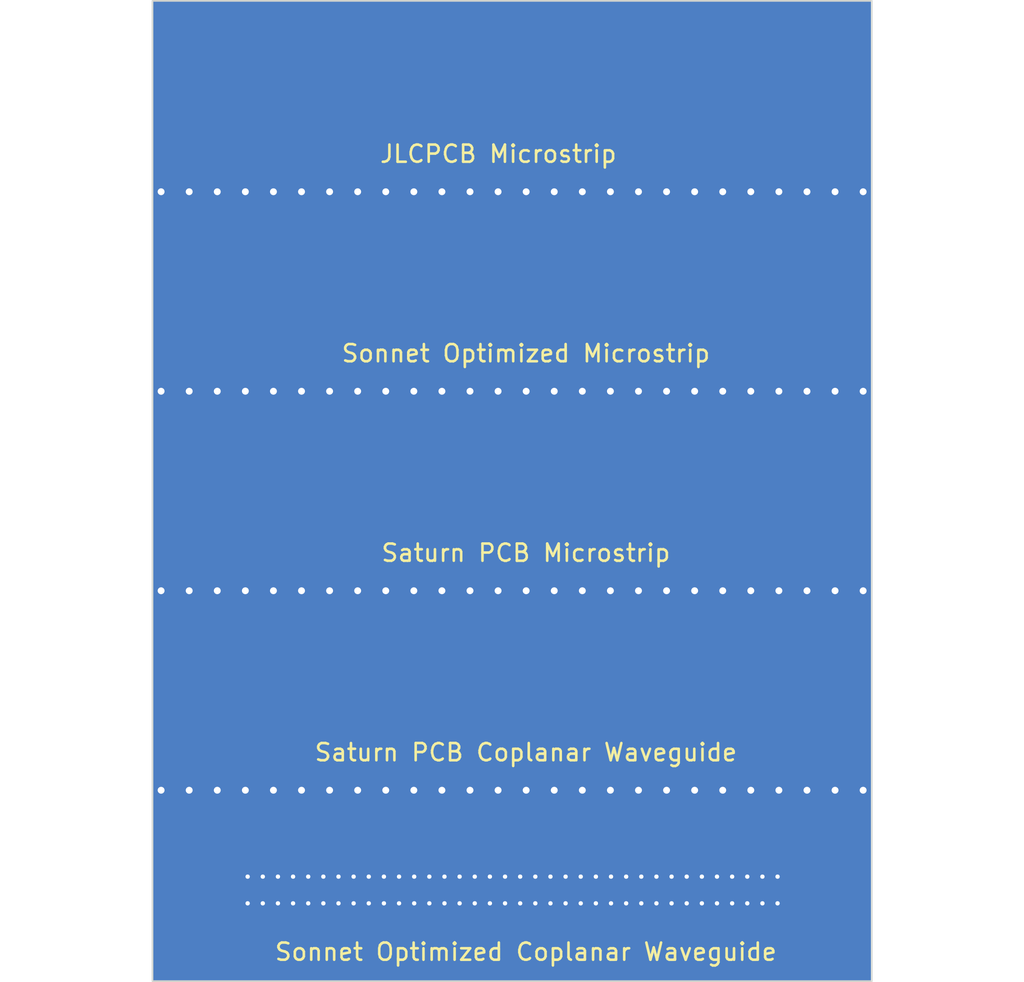
<source format=kicad_pcb>
(kicad_pcb (version 20211014) (generator pcbnew)
  (title_block (title "Test Coupon") (date "2022-07-20") (rev "1") (company "QuarterWave Engineering") (comment 1 "Made with <3 in San Diego - MIT Licence") (comment 4 "Looks simple? I wish."))
  (layers (0 "F.Cu" signal) (1 "In1.Cu" signal) (2 "In2.Cu" signal) (31 "B.Cu" signal) (34 "B.Paste" user) (35 "F.Paste" user) (36 "B.SilkS" user "B.Silkscreen") (37 "F.SilkS" user "F.Silkscreen") (38 "B.Mask" user) (39 "F.Mask" user) (44 "Edge.Cuts" user))
  (net 0 "")
  (net 1 "Net-(J1-Pad1)")
  (net 2 "GND")
  (net 3 "Net-(J3-Pad1)")
  (net 4 "Net-(J5-Pad1)")
  (net 5 "Net-(J7-Pad1)")
  (net 6 "Net-(J8-Pad1)")
  (net 7 "Net-(J9-Pad1)")
  (net 8 "Net-(J10-Pad1)")
  (footprint "ebaySMA:ebaySMA" (layer "F.Cu") (at 136 109.3 -90)
    (fp_text reference "J9" hide)
    (fp_text value "Conn_Coaxial")
    (pad "1" smd rect (at 0 -2 270) (size 1.2 4) (layers "F.Cu" "F.Paste" "F.Mask") (net 7 "Net-(J9-Pad1)"))
    (pad "2" smd rect (at 2.99 -2 270) (size 1.28 4) (layers "F.Cu" "F.Paste" "F.Mask") (net 2 "GND"))
    (pad "2" smd rect (at 2.99 -2 270) (size 1.28 4) (layers "B.Cu" "B.Paste" "B.Mask") (net 2 "GND"))
    (pad "2" smd rect (at -2.98 -2 270) (size 1.28 4) (layers "F.Cu" "F.Paste" "F.Mask") (net 2 "GND"))
    (pad "2" smd rect (at -2.98 -2 270) (size 1.28 4) (layers "B.Cu" "B.Paste" "B.Mask") (net 2 "GND"))
  )
  (footprint "ebaySMA:ebaySMA" (layer "F.Cu") (at 176.4 86.1 90)
    (fp_text reference "J6" hide)
    (fp_text value "Conn_Coaxial")
    (pad "1" smd rect (at 0 -2 90) (size 1.2 4) (layers "F.Cu" "F.Paste" "F.Mask") (net 4 "Net-(J5-Pad1)"))
    (pad "2" smd rect (at 2.99 -2 90) (size 1.28 4) (layers "F.Cu" "F.Paste" "F.Mask") (net 2 "GND"))
    (pad "2" smd rect (at 2.99 -2 90) (size 1.28 4) (layers "B.Cu" "B.Paste" "B.Mask") (net 2 "GND"))
    (pad "2" smd rect (at -2.98 -2 90) (size 1.28 4) (layers "F.Cu" "F.Paste" "F.Mask") (net 2 "GND"))
    (pad "2" smd rect (at -2.98 -2 90) (size 1.28 4) (layers "B.Cu" "B.Paste" "B.Mask") (net 2 "GND"))
  )
  (footprint "testFootprint:SonnetCPWG" (layer "F.Cu") (at 156.2 109.3)
    (fp_text reference "NT5" hide)
    (fp_text value "Sonnet CPWG")
    (pad "1" smd oval (at 0.02 0) (size 31.36 0.296416) (layers "F.Cu" "F.Paste" "F.Mask") (net 7 "Net-(J9-Pad1)"))
    (pad "2" thru_hole circle (at 2.2275 0.776) (size 0.38 0.38) (drill 0.25) (layers *.Cu *.Mask) (net 2 "GND"))
    (pad "2" thru_hole circle (at 13.6662 -0.776) (size 0.38 0.38) (drill 0.25) (layers *.Cu *.Mask) (net 2 "GND"))
    (pad "2" thru_hole circle (at 9.2667 -0.776) (size 0.38 0.38) (drill 0.25) (layers *.Cu *.Mask) (net 2 "GND"))
    (pad "2" thru_hole circle (at -3.0519 -0.776) (size 0.38 0.38) (drill 0.25) (layers *.Cu *.Mask) (net 2 "GND"))
    (pad "2" thru_hole circle (at 10.1466 0.776) (size 0.38 0.38) (drill 0.25) (layers *.Cu *.Mask) (net 2 "GND"))
    (pad "2" thru_hole circle (at -4.8117 0.776) (size 0.38 0.38) (drill 0.25) (layers *.Cu *.Mask) (net 2 "GND"))
    (pad "2" thru_hole circle (at 9.2667 0.776) (size 0.38 0.38) (drill 0.25) (layers *.Cu *.Mask) (net 2 "GND"))
    (pad "2" thru_hole circle (at 3.9873 0.776) (size 0.38 0.38) (drill 0.25) (layers *.Cu *.Mask) (net 2 "GND"))
    (pad "2" thru_hole circle (at -3.9318 0.776) (size 0.38 0.38) (drill 0.25) (layers *.Cu *.Mask) (net 2 "GND"))
    (pad "2" thru_hole circle (at 12.7863 0.776) (size 0.38 0.38) (drill 0.25) (layers *.Cu *.Mask) (net 2 "GND"))
    (pad "2" thru_hole circle (at 5.7471 -0.776) (size 0.38 0.38) (drill 0.25) (layers *.Cu *.Mask) (net 2 "GND"))
    (pad "2" thru_hole circle (at 6.627 -0.776) (size 0.38 0.38) (drill 0.25) (layers *.Cu *.Mask) (net 2 "GND"))
    (pad "2" thru_hole circle (at 14.5461 0.776) (size 0.38 0.38) (drill 0.25) (layers *.Cu *.Mask) (net 2 "GND"))
    (pad "2" thru_hole circle (at -0.4122 -0.776) (size 0.38 0.38) (drill 0.25) (layers *.Cu *.Mask) (net 2 "GND"))
    (pad "2" thru_hole circle (at 3.1074 0.776) (size 0.38 0.38) (drill 0.25) (layers *.Cu *.Mask) (net 2 "GND"))
    (pad "2" thru_hole circle (at -6.5715 -0.776) (size 0.38 0.38) (drill 0.25) (layers *.Cu *.Mask) (net 2 "GND"))
    (pad "2" thru_hole circle (at -14.4906 0.776) (size 0.38 0.38) (drill 0.25) (layers *.Cu *.Mask) (net 2 "GND"))
    (pad "2" thru_hole circle (at -13.6107 0.776) (size 0.38 0.38) (drill 0.25) (layers *.Cu *.Mask) (net 2 "GND"))
    (pad "2" thru_hole circle (at -5.6916 -0.776) (size 0.38 0.38) (drill 0.25) (layers *.Cu *.Mask) (net 2 "GND"))
    (pad "2" thru_hole circle (at 2.2275 -0.776) (size 0.38 0.38) (drill 0.25) (layers *.Cu *.Mask) (net 2 "GND"))
    (pad "2" thru_hole circle (at -8.3313 0.776) (size 0.38 0.38) (drill 0.25) (layers *.Cu *.Mask) (net 2 "GND"))
    (pad "2" thru_hole circle (at -1.2921 -0.776) (size 0.38 0.38) (drill 0.25) (layers *.Cu *.Mask) (net 2 "GND"))
    (pad "2" thru_hole circle (at -0.4122 0.776) (size 0.38 0.38) (drill 0.25) (layers *.Cu *.Mask) (net 2 "GND"))
    (pad "2" thru_hole circle (at -13.6107 -0.776) (size 0.38 0.38) (drill 0.25) (layers *.Cu *.Mask) (net 2 "GND"))
    (pad "2" thru_hole circle (at -7.4514 0.776) (size 0.38 0.38) (drill 0.25) (layers *.Cu *.Mask) (net 2 "GND"))
    (pad "2" thru_hole circle (at -8.3313 -0.776) (size 0.38 0.38) (drill 0.25) (layers *.Cu *.Mask) (net 2 "GND"))
    (pad "2" thru_hole circle (at 0.4677 -0.776) (size 0.38 0.38) (drill 0.25) (layers *.Cu *.Mask) (net 2 "GND"))
    (pad "2" thru_hole circle (at -5.6916 0.776) (size 0.38 0.38) (drill 0.25) (layers *.Cu *.Mask) (net 2 "GND"))
    (pad "2" thru_hole circle (at -11.8509 0.776) (size 0.38 0.38) (drill 0.25) (layers *.Cu *.Mask) (net 2 "GND"))
    (pad "2" thru_hole circle (at 15.426 -0.776) (size 0.38 0.38) (drill 0.25) (layers *.Cu *.Mask) (net 2 "GND"))
    (pad "2" thru_hole circle (at 3.9873 -0.776) (size 0.38 0.38) (drill 0.25) (layers *.Cu *.Mask) (net 2 "GND"))
    (pad "2" thru_hole circle (at -6.5715 0.776) (size 0.38 0.38) (drill 0.25) (layers *.Cu *.Mask) (net 2 "GND"))
    (pad "2" thru_hole circle (at 1.3476 0.776) (size 0.38 0.38) (drill 0.25) (layers *.Cu *.Mask) (net 2 "GND"))
    (pad "2" thru_hole circle (at -9.2112 -0.776) (size 0.38 0.38) (drill 0.25) (layers *.Cu *.Mask) (net 2 "GND"))
    (pad "2" thru_hole circle (at -15.3705 0.776) (size 0.38 0.38) (drill 0.25) (layers *.Cu *.Mask) (net 2 "GND"))
    (pad "2" thru_hole circle (at 12.7863 -0.776) (size 0.38 0.38) (drill 0.25) (layers *.Cu *.Mask) (net 2 "GND"))
    (pad "2" thru_hole circle (at 13.6662 0.776) (size 0.38 0.38) (drill 0.25) (layers *.Cu *.Mask) (net 2 "GND"))
    (pad "2" thru_hole circle (at 4.8672 0.776) (size 0.38 0.38) (drill 0.25) (layers *.Cu *.Mask) (net 2 "GND"))
    (pad "2" thru_hole circle (at 15.426 0.776) (size 0.38 0.38) (drill 0.25) (layers *.Cu *.Mask) (net 2 "GND"))
    (pad "2" thru_hole circle (at -12.7308 0.776) (size 0.38 0.38) (drill 0.25) (layers *.Cu *.Mask) (net 2 "GND"))
    (pad "2" thru_hole circle (at -12.7308 -0.776) (size 0.38 0.38) (drill 0.25) (layers *.Cu *.Mask) (net 2 "GND"))
    (pad "2" thru_hole circle (at 3.1074 -0.776) (size 0.38 0.38) (drill 0.25) (layers *.Cu *.Mask) (net 2 "GND"))
    (pad "2" thru_hole circle (at 4.8672 -0.776) (size 0.38 0.38) (drill 0.25) (layers *.Cu *.Mask) (net 2 "GND"))
    (pad "2" thru_hole circle (at 11.9064 0.776) (size 0.38 0.38) (drill 0.25) (layers *.Cu *.Mask) (net 2 "GND"))
    (pad "2" thru_hole circle (at -11.8509 -0.776) (size 0.38 0.38) (drill 0.25) (layers *.Cu *.Mask) (net 2 "GND"))
    (pad "2" thru_hole circle (at 8.3868 -0.776) (size 0.38 0.38) (drill 0.25) (layers *.Cu *.Mask) (net 2 "GND"))
    (pad "2" thru_hole circle (at -2.172 -0.776) (size 0.38 0.38) (drill 0.25) (layers *.Cu *.Mask) (net 2 "GND"))
    (pad "2" thru_hole circle (at -2.172 0.776) (size 0.38 0.38) (drill 0.25) (layers *.Cu *.Mask) (net 2 "GND"))
    (pad "2" thru_hole circle (at 5.7471 0.776) (size 0.38 0.38) (drill 0.25) (layers *.Cu *.Mask) (net 2 "GND"))
    (pad "2" thru_hole circle (at 6.627 0.776) (size 0.38 0.38) (drill 0.25) (layers *.Cu *.Mask) (net 2 "GND"))
    (pad "2" thru_hole circle (at -9.2112 0.776) (size 0.38 0.38) (drill 0.25) (layers *.Cu *.Mask) (net 2 "GND"))
    (pad "2" thru_hole circle (at -10.0911 0.776) (size 0.38 0.38) (drill 0.25) (layers *.Cu *.Mask) (net 2 "GND"))
    (pad "2" thru_hole circle (at 14.5461 -0.776) (size 0.38 0.38) (drill 0.25) (layers *.Cu *.Mask) (net 2 "GND"))
    (pad "2" thru_hole circle (at 0.4677 0.776) (size 0.38 0.38) (drill 0.25) (layers *.Cu *.Mask) (net 2 "GND"))
    (pad "2" thru_hole circle (at -3.0519 0.776) (size 0.38 0.38) (drill 0.25) (layers *.Cu *.Mask) (net 2 "GND"))
    (pad "2" thru_hole circle (at 11.0265 0.776) (size 0.38 0.38) (drill 0.25) (layers *.Cu *.Mask) (net 2 "GND"))
    (pad "2" thru_hole circle (at -4.8117 -0.776) (size 0.38 0.38) (drill 0.25) (layers *.Cu *.Mask) (net 2 "GND"))
    (pad "2" thru_hole circle (at 10.1466 -0.776) (size 0.38 0.38) (drill 0.25) (layers *.Cu *.Mask) (net 2 "GND"))
    (pad "2" thru_hole circle (at 11.9064 -0.776) (size 0.38 0.38) (drill 0.25) (layers *.Cu *.Mask) (net 2 "GND"))
    (pad "2" thru_hole circle (at 1.3476 -0.776) (size 0.38 0.38) (drill 0.25) (layers *.Cu *.Mask) (net 2 "GND"))
    (pad "2" thru_hole circle (at -7.4514 -0.776) (size 0.38 0.38) (drill 0.25) (layers *.Cu *.Mask) (net 2 "GND"))
    (pad "2" thru_hole circle (at 7.5069 0.776) (size 0.38 0.38) (drill 0.25) (layers *.Cu *.Mask) (net 2 "GND"))
    (pad "2" thru_hole circle (at -15.3705 -0.776) (size 0.38 0.38) (drill 0.25) (layers *.Cu *.Mask) (net 2 "GND"))
    (pad "2" thru_hole circle (at -10.0911 -0.776) (size 0.38 0.38) (drill 0.25) (layers *.Cu *.Mask) (net 2 "GND"))
    (pad "2" thru_hole circle (at -1.2921 0.776) (size 0.38 0.38) (drill 0.25) (layers *.Cu *.Mask) (net 2 "GND"))
    (pad "2" thru_hole circle (at -10.971 0.776) (size 0.38 0.38) (drill 0.25) (layers *.Cu *.Mask) (net 2 "GND"))
    (pad "2" thru_hole circle (at 8.3868 0.776) (size 0.38 0.38) (drill 0.25) (layers *.Cu *.Mask) (net 2 "GND"))
    (pad "2" thru_hole circle (at -3.9318 -0.776) (size 0.38 0.38) (drill 0.25) (layers *.Cu *.Mask) (net 2 "GND"))
    (pad "2" thru_hole circle (at 11.0265 -0.776) (size 0.38 0.38) (drill 0.25) (layers *.Cu *.Mask) (net 2 "GND"))
    (pad "2" thru_hole circle (at -14.4906 -0.776) (size 0.38 0.38) (drill 0.25) (layers *.Cu *.Mask) (net 2 "GND"))
    (pad "2" thru_hole circle (at -10.971 -0.776) (size 0.38 0.38) (drill 0.25) (layers *.Cu *.Mask) (net 2 "GND"))
    (pad "2" thru_hole circle (at 7.5069 -0.776) (size 0.38 0.38) (drill 0.25) (layers *.Cu *.Mask) (net 2 "GND"))
  )
  (footprint "ebaySMA:ebaySMA" (layer "F.Cu") (at 136 74.5 -90)
    (fp_text reference "J3" hide)
    (fp_text value "Conn_Coaxial")
    (pad "1" smd rect (at 0 -2 270) (size 1.2 4) (layers "F.Cu" "F.Paste" "F.Mask") (net 3 "Net-(J3-Pad1)"))
    (pad "2" smd rect (at -2.98 -2 270) (size 1.28 4) (layers "F.Cu" "F.Paste" "F.Mask") (net 2 "GND"))
    (pad "2" smd rect (at 2.99 -2 270) (size 1.28 4) (layers "B.Cu" "B.Paste" "B.Mask") (net 2 "GND"))
    (pad "2" smd rect (at 2.99 -2 270) (size 1.28 4) (layers "F.Cu" "F.Paste" "F.Mask") (net 2 "GND"))
    (pad "2" smd rect (at -2.98 -2 270) (size 1.28 4) (layers "B.Cu" "B.Paste" "B.Mask") (net 2 "GND"))
  )
  (footprint "ebaySMA:ebaySMA" (layer "F.Cu") (at 176.40425 74.5 90)
    (fp_text reference "J4" hide)
    (fp_text value "Conn_Coaxial")
    (pad "1" smd rect (at 0 -2 90) (size 1.2 4) (layers "F.Cu" "F.Paste" "F.Mask") (net 3 "Net-(J3-Pad1)"))
    (pad "2" smd rect (at 2.99 -2 90) (size 1.28 4) (layers "B.Cu" "B.Paste" "B.Mask") (net 2 "GND"))
    (pad "2" smd rect (at -2.98 -2 90) (size 1.28 4) (layers "B.Cu" "B.Paste" "B.Mask") (net 2 "GND"))
    (pad "2" smd rect (at -2.98 -2 90) (size 1.28 4) (layers "F.Cu" "F.Paste" "F.Mask") (net 2 "GND"))
    (pad "2" smd rect (at 2.99 -2 90) (size 1.28 4) (layers "F.Cu" "F.Paste" "F.Mask") (net 2 "GND"))
  )
  (footprint "ebaySMA:ebaySMA" (layer "F.Cu") (at 136.006757 97.7 -90)
    (fp_text reference "J7" hide)
    (fp_text value "Conn_Coaxial")
    (pad "1" smd rect (at 0 -2 270) (size 1.2 4) (layers "F.Cu" "F.Paste" "F.Mask") (net 5 "Net-(J7-Pad1)"))
    (pad "2" smd rect (at 2.99 -2 270) (size 1.28 4) (layers "F.Cu" "F.Paste" "F.Mask") (net 2 "GND"))
    (pad "2" smd rect (at -2.98 -2 270) (size 1.28 4) (layers "F.Cu" "F.Paste" "F.Mask") (net 2 "GND"))
    (pad "2" smd rect (at -2.98 -2 270) (size 1.28 4) (layers "B.Cu" "B.Paste" "B.Mask") (net 2 "GND"))
    (pad "2" smd rect (at 2.99 -2 270) (size 1.28 4) (layers "B.Cu" "B.Paste" "B.Mask") (net 2 "GND"))
  )
  (footprint "ebaySMA:ebaySMA" (layer "F.Cu") (at 136 62.9 -90)
    (fp_text reference "J1" hide)
    (fp_text value "Conn_Coaxial")
    (pad "1" smd rect (at 0 -2 270) (size 1.2 4) (layers "F.Cu" "F.Paste" "F.Mask") (net 1 "Net-(J1-Pad1)"))
    (pad "2" smd rect (at -2.98 -2 270) (size 1.28 4) (layers "F.Cu" "F.Paste" "F.Mask") (net 2 "GND"))
    (pad "2" smd rect (at -2.98 -2 270) (size 1.28 4) (layers "B.Cu" "B.Paste" "B.Mask") (net 2 "GND"))
    (pad "2" smd rect (at 2.99 -2 270) (size 1.28 4) (layers "F.Cu" "F.Paste" "F.Mask") (net 2 "GND"))
    (pad "2" smd rect (at 2.99 -2 270) (size 1.28 4) (layers "B.Cu" "B.Paste" "B.Mask") (net 2 "GND"))
  )
  (footprint "ebaySMA:ebaySMA" (layer "F.Cu") (at 176.406757 97.7 90)
    (fp_text reference "J8" hide)
    (fp_text value "Conn_Coaxial")
    (pad "1" smd rect (at 0 -2 90) (size 1.2 4) (layers "F.Cu" "F.Paste" "F.Mask") (net 6 "Net-(J8-Pad1)"))
    (pad "2" smd rect (at 2.99 -2 90) (size 1.28 4) (layers "B.Cu" "B.Paste" "B.Mask") (net 2 "GND"))
    (pad "2" smd rect (at 2.99 -2 90) (size 1.28 4) (layers "F.Cu" "F.Paste" "F.Mask") (net 2 "GND"))
    (pad "2" smd rect (at -2.98 -2 90) (size 1.28 4) (layers "F.Cu" "F.Paste" "F.Mask") (net 2 "GND"))
    (pad "2" smd rect (at -2.98 -2 90) (size 1.28 4) (layers "B.Cu" "B.Paste" "B.Mask") (net 2 "GND"))
  )
  (footprint "ebaySMA:ebaySMA" (layer "F.Cu") (at 176.4 62.9 90)
    (fp_text reference "J2" hide)
    (fp_text value "Conn_Coaxial")
    (pad "1" smd rect (at 0 -2 90) (size 1.2 4) (layers "F.Cu" "F.Paste" "F.Mask") (net 1 "Net-(J1-Pad1)"))
    (pad "2" smd rect (at -2.98 -2 90) (size 1.28 4) (layers "F.Cu" "F.Paste" "F.Mask") (net 2 "GND"))
    (pad "2" smd rect (at 2.99 -2 90) (size 1.28 4) (layers "F.Cu" "F.Paste" "F.Mask") (net 2 "GND"))
    (pad "2" smd rect (at -2.98 -2 90) (size 1.28 4) (layers "B.Cu" "B.Paste" "B.Mask") (net 2 "GND"))
    (pad "2" smd rect (at 2.99 -2 90) (size 1.28 4) (layers "B.Cu" "B.Paste" "B.Mask") (net 2 "GND"))
  )
  (footprint "ebaySMA:ebaySMA" (layer "F.Cu") (at 136 86.1 -90)
    (fp_text reference "J5" hide)
    (fp_text value "Conn_Coaxial")
    (pad "1" smd rect (at 0 -2 270) (size 1.2 4) (layers "F.Cu" "F.Paste" "F.Mask") (net 4 "Net-(J5-Pad1)"))
    (pad "2" smd rect (at 2.99 -2 270) (size 1.28 4) (layers "B.Cu" "B.Paste" "B.Mask") (net 2 "GND"))
    (pad "2" smd rect (at -2.98 -2 270) (size 1.28 4) (layers "F.Cu" "F.Paste" "F.Mask") (net 2 "GND"))
    (pad "2" smd rect (at 2.99 -2 270) (size 1.28 4) (layers "F.Cu" "F.Paste" "F.Mask") (net 2 "GND"))
    (pad "2" smd rect (at -2.98 -2 270) (size 1.28 4) (layers "B.Cu" "B.Paste" "B.Mask") (net 2 "GND"))
  )
  (footprint "testFootprint:SaturnCPWG" (layer "F.Cu") (at 156.236757 97.7)
    (fp_text reference "NT4" hide)
    (fp_text value "Saturn CPWG")
    (pad "1" smd oval (at -0.03 0) (size 31.36 0.29718) (layers "F.Cu" "F.Paste" "F.Mask") (net 5 "Net-(J7-Pad1)"))
  )
  (footprint "ebaySMA:ebaySMA" (layer "F.Cu") (at 176.4 109.3 90)
    (fp_text reference "J10" hide)
    (fp_text value "Conn_Coaxial")
    (pad "1" smd rect (at 0 -2 90) (size 1.2 4) (layers "F.Cu" "F.Paste" "F.Mask") (net 8 "Net-(J10-Pad1)"))
    (pad "2" smd rect (at 2.99 -2 90) (size 1.28 4) (layers "F.Cu" "F.Paste" "F.Mask") (net 2 "GND"))
    (pad "2" smd rect (at -2.98 -2 90) (size 1.28 4) (layers "F.Cu" "F.Paste" "F.Mask") (net 2 "GND"))
    (pad "2" smd rect (at 2.99 -2 90) (size 1.28 4) (layers "B.Cu" "B.Paste" "B.Mask") (net 2 "GND"))
    (pad "2" smd rect (at -2.98 -2 90) (size 1.28 4) (layers "B.Cu" "B.Paste" "B.Mask") (net 2 "GND"))
  )
  (footprint "QuarterWave:logoWithText2Mask" (layer "B.Cu") (at 156.2 86.1 180)
    (fp_text reference "G***" hide)
    (fp_text value "LOGO" hide)
  )
  (gr_poly (pts (xy 140.7 109.3) (xy 140 109.8) (xy 140 108.8)) (layer "F.Cu") (width 0.2) (fill solid))
  (gr_poly (pts (xy 140.7 86.1) (xy 140 86.6) (xy 140 85.6)) (layer "F.Cu") (width 0.2) (fill solid))
  (gr_poly (pts (xy 140.7 74.5) (xy 140 75) (xy 140 74)) (layer "F.Cu") (width 0.2) (fill solid))
  (gr_poly (pts (xy 140.706757 97.7) (xy 140 98.2) (xy 140 97.2)) (layer "F.Cu") (width 0.2) (fill solid))
  (gr_poly (pts (xy 171.7 86.1) (xy 172.4 85.6) (xy 172.4 86.6)) (layer "F.Cu") (width 0.2) (fill solid))
  (gr_poly (pts (xy 140.7 62.9) (xy 140 63.4) (xy 140 62.4)) (layer "F.Cu") (width 0.2) (fill solid))
  (gr_poly (pts (xy 171.7 109.3) (xy 172.4 108.8) (xy 172.4 109.8)) (layer "F.Cu") (width 0.2) (fill solid))
  (gr_poly (pts (xy 171.7 74.477027) (xy 172.4 74) (xy 172.4 75)) (layer "F.Cu") (width 0.2) (fill solid))
  (gr_poly (pts (xy 171.7 62.9) (xy 172.4 62.4) (xy 172.4 63.4)) (layer "F.Cu") (width 0.2) (fill solid))
  (gr_poly (pts (xy 171.706757 97.7) (xy 172.406757 97.2) (xy 172.406757 98.2)) (layer "F.Cu") (width 0.2) (fill solid))
  (gr_rect (start 135.3 114.6) (end 177.1 57.6) (layer "Edge.Cuts") (width 0.1) (fill none))
  (gr_text "JLCPCB Microstrip" (at 155.4 66.5) (layer "F.SilkS") (effects (font (size 1 1))))
  (gr_text "Saturn PCB Coplanar Waveguide" (at 157 101.3) (layer "F.SilkS") (effects (font (size 1 1))))
  (gr_text "Sonnet Optimized Microstrip" (at 157 78.1) (layer "F.SilkS") (effects (font (size 1 1))))
  (gr_text "Sonnet Optimized Coplanar Waveguide" (at 157 112.9) (layer "F.SilkS") (effects (font (size 1 1))))
  (gr_text "Saturn PCB Microstrip" (at 157 89.7) (layer "F.SilkS") (effects (font (size 1 1))))
  (segment (start 138 62.9) (end 174.4 62.9) (width 0.29337) (layer "F.Cu") (net 1))
  (via (at 153.752 80.3) (size 0.8) (drill 0.4) (layers "F.Cu" "B.Cu") (net 2))
  (via (at 150.488 91.9) (size 0.8) (drill 0.4) (layers "F.Cu" "B.Cu") (net 2))
  (via (at 174.968 103.5) (size 0.8) (drill 0.4) (layers "F.Cu" "B.Cu") (net 2))
  (via (at 176.6 103.5) (size 0.8) (drill 0.4) (layers "F.Cu" "B.Cu") (net 2))
  (via (at 160.28 68.7) (size 0.8) (drill 0.4) (layers "F.Cu" "B.Cu") (net 2))
  (via (at 170.072 80.3) (size 0.8) (drill 0.4) (layers "F.Cu" "B.Cu") (net 2))
  (via (at 148.856 91.9) (size 0.8) (drill 0.4) (layers "F.Cu" "B.Cu") (net 2))
  (via (at 170.072 91.9) (size 0.8) (drill 0.4) (layers "F.Cu" "B.Cu") (net 2))
  (via (at 142.328 103.5) (size 0.8) (drill 0.4) (layers "F.Cu" "B.Cu") (net 2))
  (via (at 145.592 103.5) (size 0.8) (drill 0.4) (layers "F.Cu" "B.Cu") (net 2))
  (via (at 163.544 103.5) (size 0.8) (drill 0.4) (layers "F.Cu" "B.Cu") (net 2))
  (via (at 147.224 80.3) (size 0.8) (drill 0.4) (layers "F.Cu" "B.Cu") (net 2))
  (via (at 163.544 91.9) (size 0.8) (drill 0.4) (layers "F.Cu" "B.Cu") (net 2))
  (via (at 170.072 103.5) (size 0.8) (drill 0.4) (layers "F.Cu" "B.Cu") (net 2))
  (via (at 168.44 80.3) (size 0.8) (drill 0.4) (layers "F.Cu" "B.Cu") (net 2))
  (via (at 157.016 91.9) (size 0.8) (drill 0.4) (layers "F.Cu" "B.Cu") (net 2))
  (via (at 150.488 80.3) (size 0.8) (drill 0.4) (layers "F.Cu" "B.Cu") (net 2))
  (via (at 166.808 80.3) (size 0.8) (drill 0.4) (layers "F.Cu" "B.Cu") (net 2))
  (via (at 155.384 80.3) (size 0.8) (drill 0.4) (layers "F.Cu" "B.Cu") (net 2))
  (via (at 152.12 80.3) (size 0.8) (drill 0.4) (layers "F.Cu" "B.Cu") (net 2))
  (via (at 157.016 103.5) (size 0.8) (drill 0.4) (layers "F.Cu" "B.Cu") (net 2))
  (via (at 163.544 80.3) (size 0.8) (drill 0.4) (layers "F.Cu" "B.Cu") (net 2))
  (via (at 163.544 68.7) (size 0.8) (drill 0.4) (layers "F.Cu" "B.Cu") (net 2))
  (via (at 160.28 103.5) (size 0.8) (drill 0.4) (layers "F.Cu" "B.Cu") (net 2))
  (via (at 171.704 68.7) (size 0.8) (drill 0.4) (layers "F.Cu" "B.Cu") (net 2))
  (via (at 148.856 80.3) (size 0.8) (drill 0.4) (layers "F.Cu" "B.Cu") (net 2))
  (via (at 137.432 91.9) (size 0.8) (drill 0.4) (layers "F.Cu" "B.Cu") (net 2))
  (via (at 147.224 91.9) (size 0.8) (drill 0.4) (layers "F.Cu" "B.Cu") (net 2))
  (via (at 165.176 91.9) (size 0.8) (drill 0.4) (layers "F.Cu" "B.Cu") (net 2))
  (via (at 153.752 103.5) (size 0.8) (drill 0.4) (layers "F.Cu" "B.Cu") (net 2))
  (via (at 143.96 80.3) (size 0.8) (drill 0.4) (layers "F.Cu" "B.Cu") (net 2))
  (via (at 137.432 103.5) (size 0.8) (drill 0.4) (layers "F.Cu" "B.Cu") (net 2))
  (via (at 158.648 68.7) (size 0.8) (drill 0.4) (layers "F.Cu" "B.Cu") (net 2))
  (via (at 165.176 80.3) (size 0.8) (drill 0.4) (layers "F.Cu" "B.Cu") (net 2))
  (via (at 147.224 68.7) (size 0.8) (drill 0.4) (layers "F.Cu" "B.Cu") (net 2))
  (via (at 173.336 80.3) (size 0.8) (drill 0.4) (layers "F.Cu" "B.Cu") (net 2))
  (via (at 171.704 91.9) (size 0.8) (drill 0.4) (layers "F.Cu" "B.Cu") (net 2))
  (via (at 168.44 91.9) (size 0.8) (drill 0.4) (layers "F.Cu" "B.Cu") (net 2))
  (via (at 161.912 103.5) (size 0.8) (drill 0.4) (layers "F.Cu" "B.Cu") (net 2))
  (via (at 148.856 68.7) (size 0.8) (drill 0.4) (layers "F.Cu" "B.Cu") (net 2))
  (via (at 139.064 80.3) (size 0.8) (drill 0.4) (layers "F.Cu" "B.Cu") (net 2))
  (via (at 135.8 80.3) (size 0.8) (drill 0.4) (layers "F.Cu" "B.Cu") (net 2))
  (via (at 143.96 91.9) (size 0.8) (drill 0.4) (layers "F.Cu" "B.Cu") (net 2))
  (via (at 137.432 80.3) (size 0.8) (drill 0.4) (layers "F.Cu" "B.Cu") (net 2))
  (via (at 157.016 80.3) (size 0.8) (drill 0.4) (layers "F.Cu" "B.Cu") (net 2))
  (via (at 168.44 68.7) (size 0.8) (drill 0.4) (layers "F.Cu" "B.Cu") (net 2))
  (via (at 153.752 91.9) (size 0.8) (drill 0.4) (layers "F.Cu" "B.Cu") (net 2))
  (via (at 142.328 91.9) (size 0.8) (drill 0.4) (layers "F.Cu" "B.Cu") (net 2))
  (via (at 135.8 91.9) (size 0.8) (drill 0.4) (layers "F.Cu" "B.Cu") (net 2))
  (via (at 153.752 68.7) (size 0.8) (drill 0.4) (layers "F.Cu" "B.Cu") (net 2))
  (via (at 157.016 68.7) (size 0.8) (drill 0.4) (layers "F.Cu" "B.Cu") (net 2))
  (via (at 171.704 103.5) (size 0.8) (drill 0.4) (layers "F.Cu" "B.Cu") (net 2))
  (via (at 176.6 91.9) (size 0.8) (drill 0.4) (layers "F.Cu" "B.Cu") (net 2))
  (via (at 161.912 91.9) (size 0.8) (drill 0.4) (layers "F.Cu" "B.Cu") (net 2))
  (via (at 166.808 103.5) (size 0.8) (drill 0.4) (layers "F.Cu" "B.Cu") (net 2))
  (via (at 166.808 91.9) (size 0.8) (drill 0.4) (layers "F.Cu" "B.Cu") (net 2))
  (via (at 155.384 91.9) (size 0.8) (drill 0.4) (layers "F.Cu" "B.Cu") (net 2))
  (via (at 171.704 80.3) (size 0.8) (drill 0.4) (layers "F.Cu" "B.Cu") (net 2))
  (via (at 140.696 80.3) (size 0.8) (drill 0.4) (layers "F.Cu" "B.Cu") (net 2))
  (via (at 139.064 68.7) (size 0.8) (drill 0.4) (layers "F.Cu" "B.Cu") (net 2))
  (via (at 165.176 68.7) (size 0.8) (drill 0.4) (layers "F.Cu" "B.Cu") (net 2))
  (via (at 168.44 103.5) (size 0.8) (drill 0.4) (layers "F.Cu" "B.Cu") (net 2))
  (via (at 143.96 103.5) (size 0.8) (drill 0.4) (layers "F.Cu" "B.Cu") (net 2))
  (via (at 135.8 103.5) (size 0.8) (drill 0.4) (layers "F.Cu" "B.Cu") (net 2))
  (via (at 170.072 68.7) (size 0.8) (drill 0.4) (layers "F.Cu" "B.Cu") (net 2))
  (via (at 174.968 91.9) (size 0.8) (drill 0.4) (layers "F.Cu" "B.Cu") (net 2))
  (via (at 161.912 80.3) (size 0.8) (drill 0.4) (layers "F.Cu" "B.Cu") (net 2))
  (via (at 160.28 80.3) (size 0.8) (drill 0.4) (layers "F.Cu" "B.Cu") (net 2))
  (via (at 161.912 68.7) (size 0.8) (drill 0.4) (layers "F.Cu" "B.Cu") (net 2))
  (via (at 140.696 68.7) (size 0.8) (drill 0.4) (layers "F.Cu" "B.Cu") (net 2))
  (via (at 137.432 68.7) (size 0.8) (drill 0.4) (layers "F.Cu" "B.Cu") (net 2))
  (via (at 174.968 68.7) (size 0.8) (drill 0.4) (layers "F.Cu" "B.Cu") (net 2))
  (via (at 174.968 80.3) (size 0.8) (drill 0.4) (layers "F.Cu" "B.Cu") (net 2))
  (via (at 173.336 68.7) (size 0.8) (drill 0.4) (layers "F.Cu" "B.Cu") (net 2))
  (via (at 139.064 91.9) (size 0.8) (drill 0.4) (layers "F.Cu" "B.Cu") (net 2))
  (via (at 150.488 103.5) (size 0.8) (drill 0.4) (layers "F.Cu" "B.Cu") (net 2))
  (via (at 145.592 91.9) (size 0.8) (drill 0.4) (layers "F.Cu" "B.Cu") (net 2))
  (via (at 142.328 80.3) (size 0.8) (drill 0.4) (layers "F.Cu" "B.Cu") (net 2))
  (via (at 152.12 68.7) (size 0.8) (drill 0.4) (layers "F.Cu" "B.Cu") (net 2))
  (via (at 152.12 91.9) (size 0.8) (drill 0.4) (layers "F.Cu" "B.Cu") (net 2))
  (via (at 155.384 103.5) (size 0.8) (drill 0.4) (layers "F.Cu" "B.Cu") (net 2))
  (via (at 150.488 68.7) (size 0.8) (drill 0.4) (layers "F.Cu" "B.Cu") (net 2))
  (via (at 140.696 91.9) (size 0.8) (drill 0.4) (layers "F.Cu" "B.Cu") (net 2))
  (via (at 166.808 68.7) (size 0.8) (drill 0.4) (layers "F.Cu" "B.Cu") (net 2))
  (via (at 145.592 80.3) (size 0.8) (drill 0.4) (layers "F.Cu" "B.Cu") (net 2))
  (via (at 173.336 91.9) (size 0.8) (drill 0.4) (layers "F.Cu" "B.Cu") (net 2))
  (via (at 176.6 80.3) (size 0.8) (drill 0.4) (layers "F.Cu" "B.Cu") (net 2))
  (via (at 135.8 68.7) (size 0.8) (drill 0.4) (layers "F.Cu" "B.Cu") (net 2))
  (via (at 145.592 68.7) (size 0.8) (drill 0.4) (layers "F.Cu" "B.Cu") (net 2))
  (via (at 139.064 103.5) (size 0.8) (drill 0.4) (layers "F.Cu" "B.Cu") (net 2))
  (via (at 176.6 68.7) (size 0.8) (drill 0.4) (layers "F.Cu" "B.Cu") (net 2))
  (via (at 142.328 68.7) (size 0.8) (drill 0.4) (layers "F.Cu" "B.Cu") (net 2))
  (via (at 152.12 103.5) (size 0.8) (drill 0.4) (layers "F.Cu" "B.Cu") (net 2))
  (via (at 147.224 103.5) (size 0.8) (drill 0.4) (layers "F.Cu" "B.Cu") (net 2))
  (via (at 143.96 68.7) (size 0.8) (drill 0.4) (layers "F.Cu" "B.Cu") (net 2))
  (via (at 155.384 68.7) (size 0.8) (drill 0.4) (layers "F.Cu" "B.Cu") (net 2))
  (via (at 165.176 103.5) (size 0.8) (drill 0.4) (layers "F.Cu" "B.Cu") (net 2))
  (via (at 148.856 103.5) (size 0.8) (drill 0.4) (layers "F.Cu" "B.Cu") (net 2))
  (via (at 158.648 80.3) (size 0.8) (drill 0.4) (layers "F.Cu" "B.Cu") (net 2))
  (via (at 158.648 91.9) (size 0.8) (drill 0.4) (layers "F.Cu" "B.Cu") (net 2))
  (via (at 158.648 103.5) (size 0.8) (drill 0.4) (layers "F.Cu" "B.Cu") (net 2))
  (via (at 160.28 91.9) (size 0.8) (drill 0.4) (layers "F.Cu" "B.Cu") (net 2))
  (via (at 173.336 103.5) (size 0.8) (drill 0.4) (layers "F.Cu" "B.Cu") (net 2))
  (via (at 140.696 103.5) (size 0.8) (drill 0.4) (layers "F.Cu" "B.Cu") (net 2))
  (segment (start 138 74.5) (end 174.40425 74.5) (width 0.430733) (layer "F.Cu") (net 3))
  (segment (start 138 86.1) (end 174.4 86.1) (width 0.36068) (layer "F.Cu") (net 4))
  (zone (net 2) (net_name "GND") (layer "F.Cu") (connect_pads yes (clearance 0.0254)) (min_thickness 0.0254) (fill yes (thermal_gap 0.0254) (thermal_bridge_width 0.0254) (island_removal_mode 1) (island_area_min 0))
    (polygon (pts (xy 177.1 60.7) (xy 135.3 60.7) (xy 135.3 57.6) (xy 177.1 57.6)))
  )
  (zone (net 2) (net_name "GND") (layer "F.Cu") (connect_pads yes (clearance 0.0254)) (min_thickness 0.0254) (fill yes (thermal_gap 0.0254) (thermal_bridge_width 0.0254) (island_removal_mode 1) (island_area_min 0))
    (polygon (pts (xy 156.3 109.65) (xy 171.8 109.65) (xy 172.4 110.1) (xy 177.1 110.1) (xy 177.1 114.6) (xy 156.3 114.6)))
  )
  (zone (net 2) (net_name "GND") (layer "F.Cu") (connect_pads yes (clearance 0.0254)) (min_thickness 0.0254) (fill yes (thermal_gap 0.0254) (thermal_bridge_width 0.0254) (island_removal_mode 1) (island_area_min 0))
    (polygon (pts (xy 156.606757 97.457) (xy 140.906757 97.457) (xy 140.106757 96.907) (xy 135.306757 96.907) (xy 135.306757 92.307) (xy 156.606757 92.307)))
  )
  (zone (net 2) (net_name "GND") (layer "F.Cu") (connect_pads yes (clearance 0.0254)) (min_thickness 0.0254) (fill yes (thermal_gap 0.0254) (thermal_bridge_width 0.0254) (island_removal_mode 1) (island_area_min 0))
    (polygon (pts (xy 177.1 104.5) (xy 135.3 104.5) (xy 135.3 102) (xy 177.1 102)))
  )
  (zone (net 2) (net_name "GND") (layer "F.Cu") (connect_pads yes (clearance 0.0254)) (min_thickness 0.0254) (fill yes (thermal_gap 0.0254) (thermal_bridge_width 0.0254) (island_removal_mode 1) (island_area_min 0))
    (polygon (pts (xy 156.3 108.95) (xy 140.7 108.95) (xy 140.1 108.5) (xy 135.3 108.5) (xy 135.3 104.5) (xy 156.3 104.5)))
  )
  (zone (net 2) (net_name "GND") (layer "F.Cu") (connect_pads yes (clearance 0.0254)) (min_thickness 0.0254) (fill yes (thermal_gap 0.0254) (thermal_bridge_width 0.0254) (island_removal_mode 1) (island_area_min 0))
    (polygon (pts (xy 156.606757 97.944) (xy 140.906757 97.944) (xy 140.106757 98.5) (xy 135.306757 98.494) (xy 135.306757 101.994) (xy 156.606757 101.994)))
  )
  (zone (net 2) (net_name "GND") (layer "F.Cu") (connect_pads yes (clearance 0.0254)) (min_thickness 0.0254) (fill yes (thermal_gap 0.0254) (thermal_bridge_width 0.0254) (island_removal_mode 1) (island_area_min 0))
    (polygon (pts (xy 156.3 109.65) (xy 140.8 109.65) (xy 140.2 110.1) (xy 135.3 110.1) (xy 135.3 114.6) (xy 156.3 114.6)))
  )
  (zone (net 2) (net_name "GND") (layer "F.Cu") (connect_pads yes (clearance 0.0254)) (min_thickness 0.0254) (fill yes (thermal_gap 0.0254) (thermal_bridge_width 0.0254) (island_removal_mode 1) (island_area_min 0))
    (polygon (pts (xy 177.1 92.4) (xy 135.3 92.4) (xy 135.3 88.3) (xy 177.1 88.3)))
  )
  (zone (net 2) (net_name "GND") (layer "F.Cu") (connect_pads yes (clearance 0.0254)) (min_thickness 0.0254) (fill yes (thermal_gap 0.0254) (thermal_bridge_width 0.0254) (island_removal_mode 1) (island_area_min 0))
    (polygon (pts (xy 156.606757 97.457) (xy 171.506757 97.457) (xy 172.306757 96.907) (xy 177.106757 96.907) (xy 177.106757 92.307) (xy 156.606757 92.307)))
  )
  (zone (net 2) (net_name "GND") (layer "F.Cu") (connect_pads yes (clearance 0.0254)) (min_thickness 0.0254) (fill yes (thermal_gap 0.0254) (thermal_bridge_width 0.0254) (island_removal_mode 1) (island_area_min 0))
    (polygon (pts (xy 177.1 83.9) (xy 135.3 83.9) (xy 135.3 76.7) (xy 177.1 76.7)))
  )
  (zone (net 2) (net_name "GND") (layer "F.Cu") (connect_pads yes (clearance 0.0254)) (min_thickness 0.0254) (fill yes (thermal_gap 0.0254) (thermal_bridge_width 0.0254) (island_removal_mode 1) (island_area_min 0))
    (polygon (pts (xy 177.1 72.3) (xy 135.3 72.3) (xy 135.3 65.1) (xy 177.1 65.1)))
  )
  (zone (net 2) (net_name "GND") (layer "F.Cu") (connect_pads yes (clearance 0.0254)) (min_thickness 0.0254) (fill yes (thermal_gap 0.0254) (thermal_bridge_width 0.0254) (island_removal_mode 1) (island_area_min 0))
    (polygon (pts (xy 156.3 108.95) (xy 171.7 108.95) (xy 172.3 108.5) (xy 177.1 108.5) (xy 177.1 104.5) (xy 156.3 104.5)))
  )
  (zone (net 2) (net_name "GND") (layer "F.Cu") (connect_pads yes (clearance 0.0254)) (min_thickness 0.0254) (fill yes (thermal_gap 0.0254) (thermal_bridge_width 0.0254) (island_removal_mode 1) (island_area_min 0))
    (polygon (pts (xy 156.606757 97.944) (xy 171.506757 97.944) (xy 172.306757 98.5) (xy 177.106757 98.494) (xy 177.106757 101.994) (xy 156.606757 101.994)))
  )
  (zone (net 2) (net_name "GND") (layers "In1.Cu" "In2.Cu" "B.Cu") (connect_pads yes (clearance 0.0254)) (min_thickness 0.0254) (fill yes (thermal_gap 0.0254) (thermal_bridge_width 0.0254) (island_removal_mode 1) (island_area_min 0))
    (polygon (pts (xy 177.1 114.6) (xy 135.3 114.6) (xy 135.3 57.6) (xy 177.1 57.6)))
  )
)
</source>
